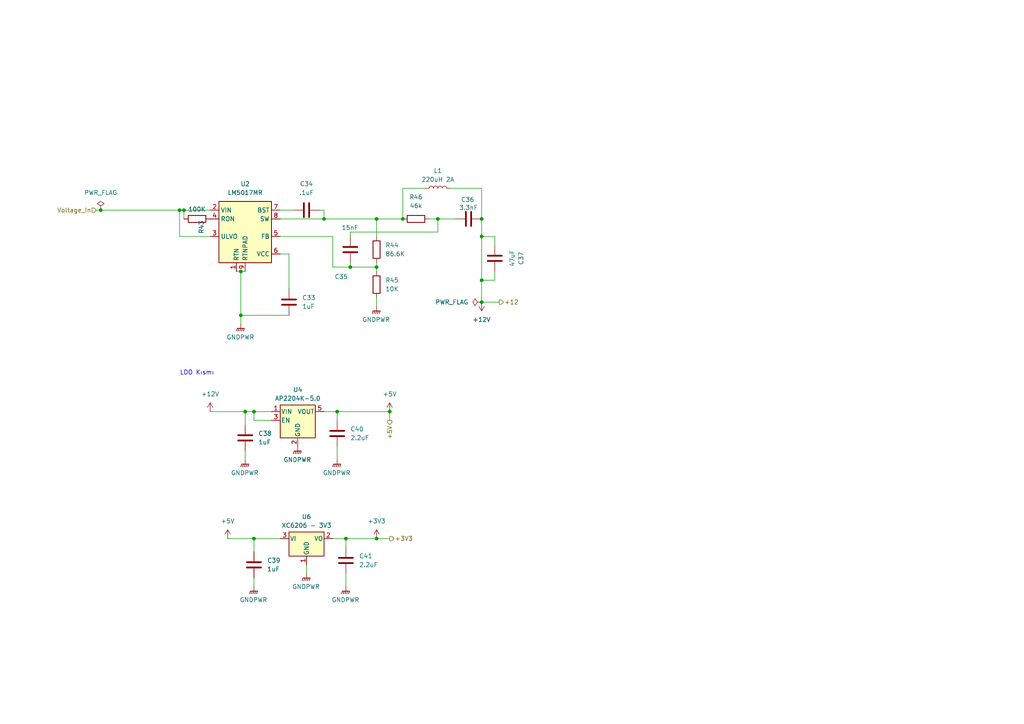
<source format=kicad_sch>
(kicad_sch (version 20250114) (generator "eeschema") (generator_version "9.0")
  (paper "A4")
  (title_block (title "Pehli-Shell-BMS") (date "2026-01-01") (rev "0.1") (company "Pehlivan Team"))
  (lib_symbols
    (symbol "Device:C" (pin_numbers (hide yes)) (pin_names (offset 0.254))
      (property "Reference" "C" (at 0.635 2.54 0))
      (property "Value" "C" (at 0.635 -2.54 0))
      (symbol "C_0_1"
        (polyline (pts (xy -2.032 0.762) (xy 2.032 0.762)) (stroke (width 0.508)))
        (polyline (pts (xy -2.032 -0.762) (xy 2.032 -0.762)) (stroke (width 0.508)))
      )
      (symbol "C_1_1"
        (pin passive line (at 0 3.81 270) (length 2.794) (name "~") (number "1"))
        (pin passive line (at 0 -3.81 90) (length 2.794) (name "~") (number "2"))
      )
    )
    (symbol "Device:L" (pin_numbers (hide yes)) (pin_names (offset 1.016) (hide yes))
      (property "Reference" "L" (at -1.27 0 90))
      (property "Value" "L" (at 1.905 0 90))
      (symbol "L_0_1"
        (arc (start 0 2.54) (mid 0.6323 1.905) (end 0 1.27))
        (arc (start 0 1.27) (mid 0.6323 0.635) (end 0 0))
        (arc (start 0 0) (mid 0.6323 -0.635) (end 0 -1.27))
        (arc (start 0 -1.27) (mid 0.6323 -1.905) (end 0 -2.54))
      )
      (symbol "L_1_1"
        (pin passive line (at 0 3.81 270) (length 1.27) (name "1") (number "1"))
        (pin passive line (at 0 -3.81 90) (length 1.27) (name "2") (number "2"))
      )
    )
    (symbol "Device:R" (pin_numbers (hide yes)) (pin_names (offset 0))
      (property "Reference" "R" (at 2.032 0 90))
      (property "Value" "R" (at 0 0 90))
      (symbol "R_0_1"
        (rectangle (start -1.016 -2.54) (end 1.016 2.54) (stroke (width 0.254)))
      )
      (symbol "R_1_1"
        (pin passive line (at 0 3.81 270) (length 1.27) (name "~") (number "1"))
        (pin passive line (at 0 -3.81 90) (length 1.27) (name "~") (number "2"))
      )
    )
    (symbol "Regulator_Linear:AP2204K-5.0" (pin_names (offset 0.254))
      (property "Reference" "U" (at -5.08 5.715 0))
      (property "Value" "AP2204K-5.0" (at 0 5.715 0))
      (symbol "AP2204K-5.0_0_1"
        (rectangle (start -5.08 4.445) (end 5.08 -5.08) (stroke (width 0.254)) (fill (type background)))
      )
      (symbol "AP2204K-5.0_1_1"
        (pin power_in line (at -7.62 2.54 0) (length 2.54) (name "VIN") (number "1"))
        (pin input line (at -7.62 0 0) (length 2.54) (name "EN") (number "3"))
        (pin power_in line (at 0 -7.62 90) (length 2.54) (name "GND") (number "2"))
        (pin no_connect line (at 5.08 0 180) (length 2.54) (hide yes) (name "NC") (number "4"))
        (pin power_out line (at 7.62 2.54 180) (length 2.54) (name "VOUT") (number "5"))
      )
    )
    (symbol "Regulator_Linear:XC6206PxxxMR" (pin_names (offset 0.254))
      (property "Reference" "U" (at -3.81 3.175 0))
      (property "Value" "XC6206PxxxMR" (at 0 3.175 0))
      (symbol "XC6206PxxxMR_0_1"
        (rectangle (start -5.08 1.905) (end 5.08 -5.08) (stroke (width 0.254)) (fill (type background)))
      )
      (symbol "XC6206PxxxMR_1_1"
        (pin power_in line (at -7.62 0 0) (length 2.54) (name "VI") (number "3"))
        (pin power_in line (at 0 -7.62 90) (length 2.54) (name "GND") (number "1"))
        (pin power_out line (at 7.62 0 180) (length 2.54) (name "VO") (number "2"))
      )
    )
    (symbol "Regulator_Switching:LM5017MR"
      (property "Reference" "U" (at -7.62 8.89 0))
      (property "Value" "LM5017MR" (at 0 8.89 0))
      (symbol "LM5017MR_0_1"
        (rectangle (start -7.62 7.62) (end 7.62 -10.16) (stroke (width 0.254)) (fill (type background)))
      )
      (symbol "LM5017MR_1_1"
        (pin power_in line (at -10.16 5.08 0) (length 2.54) (name "VIN") (number "2"))
        (pin input line (at -10.16 2.54 0) (length 2.54) (name "RON") (number "4"))
        (pin input line (at -10.16 -2.54 0) (length 2.54) (name "ULVO") (number "3"))
        (pin power_in line (at -2.54 -12.7 90) (length 2.54) (name "RTN") (number "1"))
        (pin power_in line (at 0 -12.7 90) (length 2.54) (name "RTNPAD") (number "9"))
        (pin input line (at 10.16 5.08 180) (length 2.54) (name "BST") (number "7"))
        (pin output line (at 10.16 2.54 180) (length 2.54) (name "SW") (number "8"))
        (pin input line (at 10.16 -2.54 180) (length 2.54) (name "FB") (number "5"))
        (pin output line (at 10.16 -7.62 180) (length 2.54) (name "VCC") (number "6"))
      )
    )
    (symbol "power:+12V" (power) (pin_numbers (hide yes)) (pin_names (offset 0) (hide yes))
      (property "Value" "+12V" (at 0 3.556 0))
      (symbol "+12V_0_1"
        (polyline (pts (xy -0.762 1.27) (xy 0 2.54)))
        (polyline (pts (xy 0 2.54) (xy 0.762 1.27)))
        (polyline (pts (xy 0 0) (xy 0 2.54)))
      )
      (symbol "+12V_1_1"
        (pin power_in line (at 0 0 90) (length 0) (name "~") (number "1"))
      )
    )
    (symbol "power:+3V3" (power) (pin_numbers (hide yes)) (pin_names (offset 0) (hide yes))
      (property "Value" "+3V3" (at 0 3.556 0))
      (symbol "+3V3_0_1"
        (polyline (pts (xy -0.762 1.27) (xy 0 2.54)))
        (polyline (pts (xy 0 2.54) (xy 0.762 1.27)))
        (polyline (pts (xy 0 0) (xy 0 2.54)))
      )
      (symbol "+3V3_1_1"
        (pin power_in line (at 0 0 90) (length 0) (name "~") (number "1"))
      )
    )
    (symbol "power:+5V" (power) (pin_numbers (hide yes)) (pin_names (offset 0) (hide yes))
      (property "Value" "+5V" (at 0 3.556 0))
      (symbol "+5V_0_1"
        (polyline (pts (xy -0.762 1.27) (xy 0 2.54)))
        (polyline (pts (xy 0 2.54) (xy 0.762 1.27)))
        (polyline (pts (xy 0 0) (xy 0 2.54)))
      )
      (symbol "+5V_1_1"
        (pin power_in line (at 0 0 90) (length 0) (name "~") (number "1"))
      )
    )
    (symbol "power:GNDPWR" (power) (pin_numbers (hide yes)) (pin_names (offset 0) (hide yes))
      (property "Value" "GNDPWR" (at 0 -3.302 0))
      (symbol "GNDPWR_0_1"
        (polyline (pts (xy -1.016 -1.27) (xy -1.27 -2.032) (xy -1.27 -2.032)) (stroke (width 0.2032)))
        (polyline (pts (xy -0.508 -1.27) (xy -0.762 -2.032) (xy -0.762 -2.032)) (stroke (width 0.2032)))
        (polyline (pts (xy 0 -1.27) (xy 0 0)))
        (polyline (pts (xy 0 -1.27) (xy -0.254 -2.032) (xy -0.254 -2.032)) (stroke (width 0.2032)))
        (polyline (pts (xy 0.508 -1.27) (xy 0.254 -2.032) (xy 0.254 -2.032)) (stroke (width 0.2032)))
        (polyline (pts (xy 1.016 -1.27) (xy -1.016 -1.27) (xy -1.016 -1.27)) (stroke (width 0.2032)))
        (polyline (pts (xy 1.016 -1.27) (xy 0.762 -2.032) (xy 0.762 -2.032) (xy 0.762 -2.032)) (stroke (width 0.2032)))
      )
      (symbol "GNDPWR_1_1"
        (pin power_in line (at 0 0 270) (length 0) (name "~") (number "1"))
      )
    )
    (symbol "power:PWR_FLAG" (power) (pin_numbers (hide yes)) (pin_names (offset 0) (hide yes))
      (property "Value" "PWR_FLAG" (at 0 3.81 0))
      (symbol "PWR_FLAG_0_0"
        (pin power_out line (at 0 0 90) (length 0) (name "~") (number "1"))
      )
      (symbol "PWR_FLAG_0_1"
        (polyline (pts (xy 0 0) (xy 0 1.27) (xy -1.016 1.905) (xy 0 2.54) (xy 1.016 1.905) (xy 0 1.27)))
      )
    )
  )
  (text "LDO Kısmı\n" (at 57.15 108.204 0) (effects (font (size 1.27 1.27))))
  (junction (at 53.34 60.96))
  (junction (at 139.7 68.58))
  (junction (at 127 63.5))
  (junction (at 139.7 87.63))
  (junction (at 113.03 119.38))
  (junction (at 71.12 119.38))
  (junction (at 139.7 81.28))
  (junction (at 139.7 63.5))
  (junction (at 69.85 91.44))
  (junction (at 109.22 156.21))
  (junction (at 73.66 119.38))
  (junction (at 116.84 63.5))
  (junction (at 69.85 78.74))
  (junction (at 109.22 77.47))
  (junction (at 101.6 77.47))
  (junction (at 100.33 156.21))
  (junction (at 97.79 119.38))
  (junction (at 93.98 63.5))
  (junction (at 73.66 156.21))
  (junction (at 109.22 63.5))
  (junction (at 29.21 60.96))
  (junction (at 52.07 60.96))
  (wire (pts (xy 81.28 60.96) (xy 85.09 60.96)))
  (wire (pts (xy 143.51 81.28) (xy 139.7 81.28)))
  (wire (pts (xy 109.22 63.5) (xy 109.22 68.58)))
  (wire (pts (xy 96.52 156.21) (xy 100.33 156.21)))
  (wire (pts (xy 27.94 60.96) (xy 29.21 60.96)))
  (wire (pts (xy 139.7 87.63) (xy 144.78 87.63)))
  (wire (pts (xy 113.03 119.38) (xy 113.03 121.92)))
  (wire (pts (xy 127 63.5) (xy 127 67.31)))
  (wire (pts (xy 109.22 63.5) (xy 116.84 63.5)))
  (wire (pts (xy 100.33 156.21) (xy 109.22 156.21)))
  (wire (pts (xy 101.6 76.2) (xy 101.6 77.47)))
  (wire (pts (xy 73.66 156.21) (xy 81.28 156.21)))
  (wire (pts (xy 127 67.31) (xy 101.6 67.31)))
  (wire (pts (xy 83.82 91.44) (xy 69.85 91.44)))
  (wire (pts (xy 29.21 60.96) (xy 52.07 60.96)))
  (wire (pts (xy 93.98 60.96) (xy 93.98 63.5)))
  (wire (pts (xy 101.6 77.47) (xy 109.22 77.47)))
  (wire (pts (xy 143.51 78.74) (xy 143.51 81.28)))
  (wire (pts (xy 93.98 60.96) (xy 92.71 60.96)))
  (wire (pts (xy 116.84 54.61) (xy 123.19 54.61)))
  (wire (pts (xy 97.79 119.38) (xy 97.79 121.92)))
  (wire (pts (xy 124.46 63.5) (xy 127 63.5)))
  (wire (pts (xy 60.96 119.38) (xy 71.12 119.38)))
  (wire (pts (xy 71.12 130.81) (xy 71.12 133.35)))
  (wire (pts (xy 109.22 156.21) (xy 113.03 156.21)))
  (wire (pts (xy 69.85 78.74) (xy 69.85 91.44)))
  (wire (pts (xy 139.7 81.28) (xy 139.7 87.63)))
  (wire (pts (xy 96.52 68.58) (xy 96.52 77.47)))
  (wire (pts (xy 71.12 119.38) (xy 71.12 123.19)))
  (wire (pts (xy 81.28 63.5) (xy 93.98 63.5)))
  (wire (pts (xy 69.85 91.44) (xy 69.85 93.98)))
  (wire (pts (xy 52.07 60.96) (xy 53.34 60.96)))
  (wire (pts (xy 52.07 60.96) (xy 52.07 68.58)))
  (wire (pts (xy 73.66 119.38) (xy 78.74 119.38)))
  (wire (pts (xy 53.34 60.96) (xy 53.34 63.5)))
  (wire (pts (xy 69.85 78.74) (xy 71.12 78.74)))
  (wire (pts (xy 97.79 119.38) (xy 113.03 119.38)))
  (wire (pts (xy 116.84 63.5) (xy 116.84 54.61)))
  (wire (pts (xy 100.33 156.21) (xy 100.33 158.75)))
  (wire (pts (xy 127 63.5) (xy 132.08 63.5)))
  (wire (pts (xy 109.22 88.9) (xy 109.22 86.36)))
  (wire (pts (xy 139.7 54.61) (xy 139.7 63.5)))
  (wire (pts (xy 66.04 156.21) (xy 73.66 156.21)))
  (wire (pts (xy 68.58 78.74) (xy 69.85 78.74)))
  (wire (pts (xy 81.28 73.66) (xy 83.82 73.66)))
  (wire (pts (xy 97.79 129.54) (xy 97.79 133.35)))
  (wire (pts (xy 93.98 119.38) (xy 97.79 119.38)))
  (wire (pts (xy 83.82 73.66) (xy 83.82 83.82)))
  (wire (pts (xy 60.96 68.58) (xy 52.07 68.58)))
  (wire (pts (xy 88.9 163.83) (xy 88.9 166.37)))
  (wire (pts (xy 139.7 68.58) (xy 139.7 81.28)))
  (wire (pts (xy 143.51 68.58) (xy 139.7 68.58)))
  (wire (pts (xy 78.74 121.92) (xy 73.66 121.92)))
  (wire (pts (xy 143.51 71.12) (xy 143.51 68.58)))
  (wire (pts (xy 93.98 63.5) (xy 109.22 63.5)))
  (wire (pts (xy 100.33 166.37) (xy 100.33 170.18)))
  (wire (pts (xy 101.6 67.31) (xy 101.6 68.58)))
  (wire (pts (xy 96.52 77.47) (xy 101.6 77.47)))
  (wire (pts (xy 139.7 63.5) (xy 139.7 68.58)))
  (wire (pts (xy 109.22 76.2) (xy 109.22 77.47)))
  (wire (pts (xy 73.66 121.92) (xy 73.66 119.38)))
  (wire (pts (xy 73.66 167.64) (xy 73.66 170.18)))
  (wire (pts (xy 109.22 77.47) (xy 109.22 78.74)))
  (wire (pts (xy 71.12 119.38) (xy 73.66 119.38)))
  (wire (pts (xy 81.28 68.58) (xy 96.52 68.58)))
  (wire (pts (xy 130.81 54.61) (xy 139.7 54.61)))
  (wire (pts (xy 53.34 60.96) (xy 60.96 60.96)))
  (wire (pts (xy 73.66 156.21) (xy 73.66 160.02)))
  (hierarchical_label "+3V3" (shape output) (at 113.03 156.21 0))
  (hierarchical_label "+5V" (shape output) (at 113.03 121.92 270))
  (hierarchical_label "+12" (shape output) (at 144.78 87.63 0))
  (hierarchical_label "Voltage_In" (shape input) (at 27.94 60.96 180))
  (symbol (lib_id "Device:C") (at 97.79 125.73 0) (unit 1)
    (property "Reference" "C40" (at 101.6 124.4599 0) (effects (justify left)))
    (property "Value" "2.2uF" (at 101.6 126.9999 0) (effects (justify left)))
    (property "Footprint" "Capacitor_SMD:C_0603_1608Metric_Pad1.08x0.95mm_HandSolder" (effects (hide yes)))
    (property "Description" "Unpolarized capacitor" (effects (hide yes)))
  )
  (symbol (lib_id "Device:C") (at 101.6 72.39 180) (unit 1)
    (property "Reference" "C35" (at 97.028 80.264 0) (effects (justify right)))
    (property "Value" "15nF" (at 99.06 66.04 0) (effects (justify right)))
    (property "Footprint" "Capacitor_SMD:C_0603_1608Metric_Pad1.08x0.95mm_HandSolder" (effects (hide yes)))
    (property "Description" "Unpolarized capacitor" (effects (hide yes)))
  )
  (symbol (lib_id "power:PWR_FLAG") (at 139.7 87.63 90) (unit 1)
    (property "Reference" "#FLG04" (effects (hide yes)))
    (property "Value" "PWR_FLAG" (at 135.89 87.6299 90) (effects (justify left)))
    (property "Description" "Special symbol for telling ERC where power comes from" (effects (hide yes)))
  )
  (symbol (lib_id "power:GNDPWR") (at 71.12 133.35 0) (unit 1)
    (property "Reference" "#PWR019" (effects (hide yes)))
    (property "Value" "GNDPWR" (at 70.993 137.16 0))
    (property "Description" "Power symbol creates a global label with name \"GNDPWR\" , global ground" (effects (hide yes)))
  )
  (symbol (lib_id "Device:C") (at 88.9 60.96 90) (unit 1)
    (property "Reference" "C34" (at 88.9 53.34 90))
    (property "Value" ".1uF" (at 88.9 55.88 90))
    (property "Footprint" "Capacitor_SMD:C_0603_1608Metric_Pad1.08x0.95mm_HandSolder" (effects (hide yes)))
    (property "Description" "Unpolarized capacitor" (effects (hide yes)))
  )
  (symbol (lib_id "power:PWR_FLAG") (at 29.21 60.96 0) (unit 1)
    (property "Reference" "#FLG01" (effects (hide yes)))
    (property "Value" "PWR_FLAG" (at 29.21 55.88 0))
    (property "Description" "Special symbol for telling ERC where power comes from" (effects (hide yes)))
  )
  (symbol (lib_id "power:+3V3") (at 109.22 156.21 0) (unit 1)
    (property "Reference" "#PWR023" (effects (hide yes)))
    (property "Value" "+3V3" (at 109.22 151.13 0))
    (property "Description" "Power symbol creates a global label with name \"+3V3\"" (effects (hide yes)))
  )
  (symbol (lib_id "power:GNDPWR") (at 88.9 166.37 0) (unit 1)
    (property "Reference" "#PWR058" (effects (hide yes)))
    (property "Value" "GNDPWR" (at 88.773 170.18 0))
    (property "Description" "Power symbol creates a global label with name \"GNDPWR\" , global ground" (effects (hide yes)))
  )
  (symbol (lib_id "Device:C") (at 71.12 127 0) (unit 1)
    (property "Reference" "C38" (at 74.93 125.7299 0) (effects (justify left)))
    (property "Value" "1uF" (at 74.93 128.2699 0) (effects (justify left)))
    (property "Footprint" "Capacitor_SMD:C_0603_1608Metric_Pad1.08x0.95mm_HandSolder" (effects (hide yes)))
    (property "Description" "Unpolarized capacitor" (effects (hide yes)))
  )
  (symbol (lib_id "Regulator_Linear:AP2204K-5.0") (at 86.36 121.92 0) (unit 1)
    (property "Reference" "U4" (at 86.36 113.03 0))
    (property "Value" "AP2204K-5.0" (at 86.36 115.57 0))
    (property "Footprint" "Package_TO_SOT_SMD:SOT-23-5" (effects (hide yes)))
    (property "Datasheet" "https://www.diodes.com/assets/Datasheets/AP2204.pdf" (effects (hide yes)))
    (property "Description" "150mA low dropout linear regulator, wide input voltage range, 5.0V fixed positive output, SOT-23-5" (effects (hide yes)))
  )
  (symbol (lib_id "power:+5V") (at 66.04 156.21 0) (unit 1)
    (property "Reference" "#PWR0101" (effects (hide yes)))
    (property "Value" "+5V" (at 66.04 151.13 0))
    (property "Description" "Power symbol creates a global label with name \"+5V\"" (effects (hide yes)))
  )
  (symbol (lib_id "Device:R") (at 120.65 63.5 90) (unit 1)
    (property "Reference" "R46" (at 120.65 57.15 90))
    (property "Value" "46k" (at 120.65 59.69 90))
    (property "Footprint" "Resistor_SMD:R_0603_1608Metric_Pad0.98x0.95mm_HandSolder" (effects (hide yes)))
    (property "Description" "Resistor" (effects (hide yes)))
  )
  (symbol (lib_id "power:GNDPWR") (at 109.22 88.9 0) (unit 1)
    (property "Reference" "#PWR017" (effects (hide yes)))
    (property "Value" "GNDPWR" (at 109.093 92.71 0))
    (property "Description" "Power symbol creates a global label with name \"GNDPWR\" , global ground" (effects (hide yes)))
  )
  (symbol (lib_id "power:+12V") (at 60.96 119.38 0) (unit 1)
    (property "Reference" "#PWR018" (effects (hide yes)))
    (property "Value" "+12V" (at 60.96 114.3 0))
    (property "Description" "Power symbol creates a global label with name \"+12V\"" (effects (hide yes)))
  )
  (symbol (lib_id "power:+5V") (at 113.03 119.38 0) (unit 1)
    (property "Reference" "#PWR024" (effects (hide yes)))
    (property "Value" "+5V" (at 113.03 114.3 0))
    (property "Description" "Power symbol creates a global label with name \"+5V\"" (effects (hide yes)))
  )
  (symbol (lib_id "Device:C") (at 135.89 63.5 90) (unit 1)
    (property "Reference" "C36" (at 135.636 57.912 90))
    (property "Value" "3.3nF" (at 135.89 60.198 90))
    (property "Footprint" "Capacitor_SMD:C_0603_1608Metric_Pad1.08x0.95mm_HandSolder" (effects (hide yes)))
    (property "Description" "Unpolarized capacitor" (effects (hide yes)))
  )
  (symbol (lib_id "power:GNDPWR") (at 97.79 133.35 0) (unit 1)
    (property "Reference" "#PWR022" (effects (hide yes)))
    (property "Value" "GNDPWR" (at 97.663 137.16 0))
    (property "Description" "Power symbol creates a global label with name \"GNDPWR\" , global ground" (effects (hide yes)))
  )
  (symbol (lib_id "Device:C") (at 83.82 87.63 0) (unit 1)
    (property "Reference" "C33" (at 87.63 86.3599 0) (effects (justify left)))
    (property "Value" "1uF" (at 87.63 88.8999 0) (effects (justify left)))
    (property "Footprint" "Capacitor_SMD:C_1210_3225Metric_Pad1.33x2.70mm_HandSolder" (effects (hide yes)))
    (property "Description" "Unpolarized capacitor" (effects (hide yes)))
  )
  (symbol (lib_id "power:GNDPWR") (at 69.85 93.98 0) (unit 1)
    (property "Reference" "#PWR016" (effects (hide yes)))
    (property "Value" "GNDPWR" (at 69.723 97.79 0))
    (property "Description" "Power symbol creates a global label with name \"GNDPWR\" , global ground" (effects (hide yes)))
  )
  (symbol (lib_id "Device:R") (at 109.22 82.55 180) (unit 1)
    (property "Reference" "R45" (at 111.76 81.2799 0) (effects (justify right)))
    (property "Value" "10K" (at 111.76 83.8199 0) (effects (justify right)))
    (property "Footprint" "Resistor_SMD:R_0603_1608Metric_Pad0.98x0.95mm_HandSolder" (effects (hide yes)))
    (property "Description" "Resistor" (effects (hide yes)))
  )
  (symbol (lib_id "Device:C") (at 100.33 162.56 0) (unit 1)
    (property "Reference" "C41" (at 104.14 161.2899 0) (effects (justify left)))
    (property "Value" "2.2uF" (at 104.14 163.8299 0) (effects (justify left)))
    (property "Footprint" "Capacitor_SMD:C_0603_1608Metric_Pad1.08x0.95mm_HandSolder" (effects (hide yes)))
    (property "Description" "Unpolarized capacitor" (effects (hide yes)))
  )
  (symbol (lib_id "Regulator_Switching:LM5017MR") (at 71.12 66.04 0) (unit 1)
    (property "Reference" "U2" (at 71.12 53.34 0))
    (property "Value" "LM5017MR" (at 71.12 55.88 0))
    (property "Footprint" "Package_SO:SOIC-8-1EP_3.9x4.9mm_P1.27mm_EP2.95x4.9mm_Mask2.71x3.4mm_ThermalVias" (effects (hide yes)))
    (property "Datasheet" "http://www.ti.com/lit/ds/symlink/lm5017.pdf" (effects (hide yes)))
    (property "Description" "600mA, 100V Step-Down Switching Regulator, PowerSO-8" (effects (hide yes)))
  )
  (symbol (lib_id "Device:R") (at 109.22 72.39 180) (unit 1)
    (property "Reference" "R44" (at 111.76 71.1199 0) (effects (justify right)))
    (property "Value" "86.6K" (at 111.76 73.6599 0) (effects (justify right)))
    (property "Footprint" "Resistor_SMD:R_0603_1608Metric_Pad0.98x0.95mm_HandSolder" (effects (hide yes)))
    (property "Description" "Resistor" (effects (hide yes)))
  )
  (symbol (lib_id "power:+12V") (at 139.7 87.63 180) (unit 1)
    (property "Reference" "#PWR025" (effects (hide yes)))
    (property "Value" "+12V" (at 139.7 92.71 0))
    (property "Description" "Power symbol creates a global label with name \"+12V\"" (effects (hide yes)))
  )
  (symbol (lib_id "Device:R") (at 57.15 63.5 90) (unit 1)
    (property "Reference" "R43" (at 58.42 67.818 0) (effects (justify left)))
    (property "Value" "100K" (at 59.69 60.706 90) (effects (justify left)))
    (property "Footprint" "Resistor_SMD:R_0603_1608Metric_Pad0.98x0.95mm_HandSolder" (effects (hide yes)))
    (property "Description" "Resistor" (effects (hide yes)))
  )
  (symbol (lib_id "power:GNDPWR") (at 73.66 170.18 0) (unit 1)
    (property "Reference" "#PWR060" (effects (hide yes)))
    (property "Value" "GNDPWR" (at 73.533 173.99 0))
    (property "Description" "Power symbol creates a global label with name \"GNDPWR\" , global ground" (effects (hide yes)))
  )
  (symbol (lib_id "power:GNDPWR") (at 86.36 129.54 0) (unit 1)
    (property "Reference" "#PWR021" (effects (hide yes)))
    (property "Value" "GNDPWR" (at 86.233 133.35 0))
    (property "Description" "Power symbol creates a global label with name \"GNDPWR\" , global ground" (effects (hide yes)))
  )
  (symbol (lib_id "Device:C") (at 73.66 163.83 0) (unit 1)
    (property "Reference" "C39" (at 77.47 162.5599 0) (effects (justify left)))
    (property "Value" "1uF" (at 77.47 165.0999 0) (effects (justify left)))
    (property "Footprint" "Capacitor_SMD:C_0603_1608Metric_Pad1.08x0.95mm_HandSolder" (effects (hide yes)))
    (property "Description" "Unpolarized capacitor" (effects (hide yes)))
  )
  (symbol (lib_id "Device:L") (at 127 54.61 90) (unit 1)
    (property "Reference" "L1" (at 127 49.53 90))
    (property "Value" "220uH 2A" (at 127 52.07 90))
    (property "Footprint" "Inductor_SMD:L_1210_3225Metric_Pad1.42x2.65mm_HandSolder" (effects (hide yes)))
    (property "Description" "Inductor" (effects (hide yes)))
  )
  (symbol (lib_id "Regulator_Linear:XC6206PxxxMR") (at 88.9 156.21 0) (unit 1)
    (property "Reference" "U6" (at 88.9 149.86 0))
    (property "Value" "XC6206 - 3V3" (at 88.9 152.4 0))
    (property "Footprint" "Package_TO_SOT_SMD:SOT-23-3" (effects (hide yes)))
    (property "Datasheet" "https://www.torexsemi.com/file/xc6206/XC6206.pdf" (effects (hide yes)))
    (property "Description" "Positive 60-250mA Low Dropout Regulator, Fixed Output, SOT-23" (effects (hide yes)))
  )
  (symbol (lib_id "power:GNDPWR") (at 100.33 170.18 0) (unit 1)
    (property "Reference" "#PWR020" (effects (hide yes)))
    (property "Value" "GNDPWR" (at 100.203 173.99 0))
    (property "Description" "Power symbol creates a global label with name \"GNDPWR\" , global ground" (effects (hide yes)))
  )
  (symbol (lib_id "Device:C") (at 143.51 74.93 0) (unit 1)
    (property "Reference" "C37" (at 151.13 74.93 90))
    (property "Value" "47uF" (at 148.59 74.93 90))
    (property "Footprint" "Capacitor_SMD:C_1210_3225Metric_Pad1.33x2.70mm_HandSolder" (effects (hide yes)))
    (property "Description" "Unpolarized capacitor" (effects (hide yes)))
  )
)
</source>
